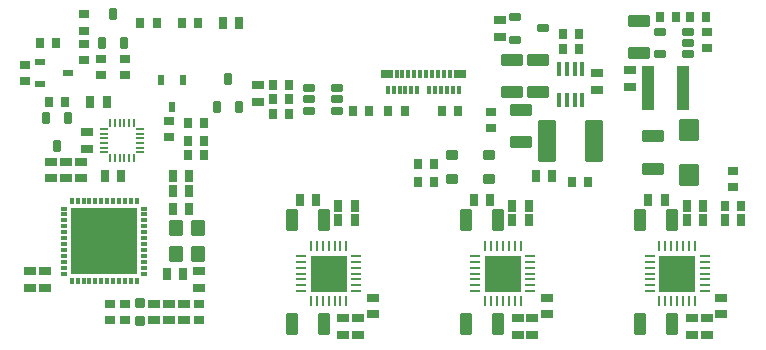
<source format=gtp>
G04*
G04 #@! TF.GenerationSoftware,Altium Limited,Altium Designer,23.3.1 (30)*
G04*
G04 Layer_Color=8421504*
%FSLAX43Y43*%
%MOMM*%
G71*
G04*
G04 #@! TF.SameCoordinates,A4EA7D40-A082-4D09-80F0-C7F5A4317295*
G04*
G04*
G04 #@! TF.FilePolarity,Positive*
G04*
G01*
G75*
G04:AMPARAMS|DCode=13|XSize=0.75mm|YSize=0.96mm|CornerRadius=0.075mm|HoleSize=0mm|Usage=FLASHONLY|Rotation=180.000|XOffset=0mm|YOffset=0mm|HoleType=Round|Shape=RoundedRectangle|*
%AMROUNDEDRECTD13*
21,1,0.750,0.810,0,0,180.0*
21,1,0.600,0.960,0,0,180.0*
1,1,0.150,-0.300,0.405*
1,1,0.150,0.300,0.405*
1,1,0.150,0.300,-0.405*
1,1,0.150,-0.300,-0.405*
%
%ADD13ROUNDEDRECTD13*%
%ADD14O,0.700X0.250*%
%ADD15O,0.250X0.700*%
G04:AMPARAMS|DCode=16|XSize=0.7mm|YSize=0.9mm|CornerRadius=0.07mm|HoleSize=0mm|Usage=FLASHONLY|Rotation=0.000|XOffset=0mm|YOffset=0mm|HoleType=Round|Shape=RoundedRectangle|*
%AMROUNDEDRECTD16*
21,1,0.700,0.760,0,0,0.0*
21,1,0.560,0.900,0,0,0.0*
1,1,0.140,0.280,-0.380*
1,1,0.140,-0.280,-0.380*
1,1,0.140,-0.280,0.380*
1,1,0.140,0.280,0.380*
%
%ADD16ROUNDEDRECTD16*%
%ADD17R,3.100X3.100*%
%ADD18O,1.000X0.250*%
%ADD19O,0.250X1.000*%
G04:AMPARAMS|DCode=20|XSize=0.75mm|YSize=0.96mm|CornerRadius=0.075mm|HoleSize=0mm|Usage=FLASHONLY|Rotation=270.000|XOffset=0mm|YOffset=0mm|HoleType=Round|Shape=RoundedRectangle|*
%AMROUNDEDRECTD20*
21,1,0.750,0.810,0,0,270.0*
21,1,0.600,0.960,0,0,270.0*
1,1,0.150,-0.405,-0.300*
1,1,0.150,-0.405,0.300*
1,1,0.150,0.405,0.300*
1,1,0.150,0.405,-0.300*
%
%ADD20ROUNDEDRECTD20*%
G04:AMPARAMS|DCode=21|XSize=0.9mm|YSize=0.95mm|CornerRadius=0.09mm|HoleSize=0mm|Usage=FLASHONLY|Rotation=270.000|XOffset=0mm|YOffset=0mm|HoleType=Round|Shape=RoundedRectangle|*
%AMROUNDEDRECTD21*
21,1,0.900,0.770,0,0,270.0*
21,1,0.720,0.950,0,0,270.0*
1,1,0.180,-0.385,-0.360*
1,1,0.180,-0.385,0.360*
1,1,0.180,0.385,0.360*
1,1,0.180,0.385,-0.360*
%
%ADD21ROUNDEDRECTD21*%
G04:AMPARAMS|DCode=22|XSize=0.7mm|YSize=0.9mm|CornerRadius=0.07mm|HoleSize=0mm|Usage=FLASHONLY|Rotation=90.000|XOffset=0mm|YOffset=0mm|HoleType=Round|Shape=RoundedRectangle|*
%AMROUNDEDRECTD22*
21,1,0.700,0.760,0,0,90.0*
21,1,0.560,0.900,0,0,90.0*
1,1,0.140,0.380,0.280*
1,1,0.140,0.380,-0.280*
1,1,0.140,-0.380,-0.280*
1,1,0.140,-0.380,0.280*
%
%ADD22ROUNDEDRECTD22*%
G04:AMPARAMS|DCode=23|XSize=0.8mm|YSize=0.8mm|CornerRadius=0.08mm|HoleSize=0mm|Usage=FLASHONLY|Rotation=270.000|XOffset=0mm|YOffset=0mm|HoleType=Round|Shape=RoundedRectangle|*
%AMROUNDEDRECTD23*
21,1,0.800,0.640,0,0,270.0*
21,1,0.640,0.800,0,0,270.0*
1,1,0.160,-0.320,-0.320*
1,1,0.160,-0.320,0.320*
1,1,0.160,0.320,0.320*
1,1,0.160,0.320,-0.320*
%
%ADD23ROUNDEDRECTD23*%
G04:AMPARAMS|DCode=24|XSize=0.4mm|YSize=1.22mm|CornerRadius=0.04mm|HoleSize=0mm|Usage=FLASHONLY|Rotation=180.000|XOffset=0mm|YOffset=0mm|HoleType=Round|Shape=RoundedRectangle|*
%AMROUNDEDRECTD24*
21,1,0.400,1.140,0,0,180.0*
21,1,0.320,1.220,0,0,180.0*
1,1,0.080,-0.160,0.570*
1,1,0.080,0.160,0.570*
1,1,0.080,0.160,-0.570*
1,1,0.080,-0.160,-0.570*
%
%ADD24ROUNDEDRECTD24*%
G04:AMPARAMS|DCode=25|XSize=0.3mm|YSize=0.7mm|CornerRadius=0.03mm|HoleSize=0mm|Usage=FLASHONLY|Rotation=180.000|XOffset=0mm|YOffset=0mm|HoleType=Round|Shape=RoundedRectangle|*
%AMROUNDEDRECTD25*
21,1,0.300,0.640,0,0,180.0*
21,1,0.240,0.700,0,0,180.0*
1,1,0.060,-0.120,0.320*
1,1,0.060,0.120,0.320*
1,1,0.060,0.120,-0.320*
1,1,0.060,-0.120,-0.320*
%
%ADD25ROUNDEDRECTD25*%
G04:AMPARAMS|DCode=26|XSize=1mm|YSize=0.7mm|CornerRadius=0.07mm|HoleSize=0mm|Usage=FLASHONLY|Rotation=180.000|XOffset=0mm|YOffset=0mm|HoleType=Round|Shape=RoundedRectangle|*
%AMROUNDEDRECTD26*
21,1,1.000,0.560,0,0,180.0*
21,1,0.860,0.700,0,0,180.0*
1,1,0.140,-0.430,0.280*
1,1,0.140,0.430,0.280*
1,1,0.140,0.430,-0.280*
1,1,0.140,-0.430,-0.280*
%
%ADD26ROUNDEDRECTD26*%
G04:AMPARAMS|DCode=27|XSize=0.6mm|YSize=0.95mm|CornerRadius=0.06mm|HoleSize=0mm|Usage=FLASHONLY|Rotation=0.000|XOffset=0mm|YOffset=0mm|HoleType=Round|Shape=RoundedRectangle|*
%AMROUNDEDRECTD27*
21,1,0.600,0.830,0,0,0.0*
21,1,0.480,0.950,0,0,0.0*
1,1,0.120,0.240,-0.415*
1,1,0.120,-0.240,-0.415*
1,1,0.120,-0.240,0.415*
1,1,0.120,0.240,0.415*
%
%ADD27ROUNDEDRECTD27*%
%ADD28R,5.600X5.600*%
G04:AMPARAMS|DCode=29|XSize=0.3mm|YSize=0.55mm|CornerRadius=0.03mm|HoleSize=0mm|Usage=FLASHONLY|Rotation=180.000|XOffset=0mm|YOffset=0mm|HoleType=Round|Shape=RoundedRectangle|*
%AMROUNDEDRECTD29*
21,1,0.300,0.490,0,0,180.0*
21,1,0.240,0.550,0,0,180.0*
1,1,0.060,-0.120,0.245*
1,1,0.060,0.120,0.245*
1,1,0.060,0.120,-0.245*
1,1,0.060,-0.120,-0.245*
%
%ADD29ROUNDEDRECTD29*%
G04:AMPARAMS|DCode=30|XSize=0.3mm|YSize=0.55mm|CornerRadius=0.03mm|HoleSize=0mm|Usage=FLASHONLY|Rotation=270.000|XOffset=0mm|YOffset=0mm|HoleType=Round|Shape=RoundedRectangle|*
%AMROUNDEDRECTD30*
21,1,0.300,0.490,0,0,270.0*
21,1,0.240,0.550,0,0,270.0*
1,1,0.060,-0.245,-0.120*
1,1,0.060,-0.245,0.120*
1,1,0.060,0.245,0.120*
1,1,0.060,0.245,-0.120*
%
%ADD30ROUNDEDRECTD30*%
G04:AMPARAMS|DCode=31|XSize=1.4mm|YSize=1.2mm|CornerRadius=0.12mm|HoleSize=0mm|Usage=FLASHONLY|Rotation=270.000|XOffset=0mm|YOffset=0mm|HoleType=Round|Shape=RoundedRectangle|*
%AMROUNDEDRECTD31*
21,1,1.400,0.960,0,0,270.0*
21,1,1.160,1.200,0,0,270.0*
1,1,0.240,-0.480,-0.580*
1,1,0.240,-0.480,0.580*
1,1,0.240,0.480,0.580*
1,1,0.240,0.480,-0.580*
%
%ADD31ROUNDEDRECTD31*%
G04:AMPARAMS|DCode=32|XSize=1mm|YSize=1.8mm|CornerRadius=0.1mm|HoleSize=0mm|Usage=FLASHONLY|Rotation=180.000|XOffset=0mm|YOffset=0mm|HoleType=Round|Shape=RoundedRectangle|*
%AMROUNDEDRECTD32*
21,1,1.000,1.600,0,0,180.0*
21,1,0.800,1.800,0,0,180.0*
1,1,0.200,-0.400,0.800*
1,1,0.200,0.400,0.800*
1,1,0.200,0.400,-0.800*
1,1,0.200,-0.400,-0.800*
%
%ADD32ROUNDEDRECTD32*%
G04:AMPARAMS|DCode=33|XSize=0.6mm|YSize=0.95mm|CornerRadius=0.06mm|HoleSize=0mm|Usage=FLASHONLY|Rotation=90.000|XOffset=0mm|YOffset=0mm|HoleType=Round|Shape=RoundedRectangle|*
%AMROUNDEDRECTD33*
21,1,0.600,0.830,0,0,90.0*
21,1,0.480,0.950,0,0,90.0*
1,1,0.120,0.415,0.240*
1,1,0.120,0.415,-0.240*
1,1,0.120,-0.415,-0.240*
1,1,0.120,-0.415,0.240*
%
%ADD33ROUNDEDRECTD33*%
G04:AMPARAMS|DCode=34|XSize=1mm|YSize=1.8mm|CornerRadius=0.1mm|HoleSize=0mm|Usage=FLASHONLY|Rotation=270.000|XOffset=0mm|YOffset=0mm|HoleType=Round|Shape=RoundedRectangle|*
%AMROUNDEDRECTD34*
21,1,1.000,1.600,0,0,270.0*
21,1,0.800,1.800,0,0,270.0*
1,1,0.200,-0.800,-0.400*
1,1,0.200,-0.800,0.400*
1,1,0.200,0.800,0.400*
1,1,0.200,0.800,-0.400*
%
%ADD34ROUNDEDRECTD34*%
G04:AMPARAMS|DCode=35|XSize=0.55mm|YSize=0.8mm|CornerRadius=0.055mm|HoleSize=0mm|Usage=FLASHONLY|Rotation=0.000|XOffset=0mm|YOffset=0mm|HoleType=Round|Shape=RoundedRectangle|*
%AMROUNDEDRECTD35*
21,1,0.550,0.690,0,0,0.0*
21,1,0.440,0.800,0,0,0.0*
1,1,0.110,0.220,-0.345*
1,1,0.110,-0.220,-0.345*
1,1,0.110,-0.220,0.345*
1,1,0.110,0.220,0.345*
%
%ADD35ROUNDEDRECTD35*%
G04:AMPARAMS|DCode=36|XSize=0.55mm|YSize=0.8mm|CornerRadius=0.055mm|HoleSize=0mm|Usage=FLASHONLY|Rotation=90.000|XOffset=0mm|YOffset=0mm|HoleType=Round|Shape=RoundedRectangle|*
%AMROUNDEDRECTD36*
21,1,0.550,0.690,0,0,90.0*
21,1,0.440,0.800,0,0,90.0*
1,1,0.110,0.345,0.220*
1,1,0.110,0.345,-0.220*
1,1,0.110,-0.345,-0.220*
1,1,0.110,-0.345,0.220*
%
%ADD36ROUNDEDRECTD36*%
G04:AMPARAMS|DCode=37|XSize=1.5mm|YSize=3.6mm|CornerRadius=0.15mm|HoleSize=0mm|Usage=FLASHONLY|Rotation=180.000|XOffset=0mm|YOffset=0mm|HoleType=Round|Shape=RoundedRectangle|*
%AMROUNDEDRECTD37*
21,1,1.500,3.300,0,0,180.0*
21,1,1.200,3.600,0,0,180.0*
1,1,0.300,-0.600,1.650*
1,1,0.300,0.600,1.650*
1,1,0.300,0.600,-1.650*
1,1,0.300,-0.600,-1.650*
%
%ADD37ROUNDEDRECTD37*%
G04:AMPARAMS|DCode=38|XSize=1.1mm|YSize=3.7mm|CornerRadius=0.11mm|HoleSize=0mm|Usage=FLASHONLY|Rotation=0.000|XOffset=0mm|YOffset=0mm|HoleType=Round|Shape=RoundedRectangle|*
%AMROUNDEDRECTD38*
21,1,1.100,3.480,0,0,0.0*
21,1,0.880,3.700,0,0,0.0*
1,1,0.220,0.440,-1.740*
1,1,0.220,-0.440,-1.740*
1,1,0.220,-0.440,1.740*
1,1,0.220,0.440,1.740*
%
%ADD38ROUNDEDRECTD38*%
G04:AMPARAMS|DCode=39|XSize=1.9mm|YSize=1.7mm|CornerRadius=0.17mm|HoleSize=0mm|Usage=FLASHONLY|Rotation=90.000|XOffset=0mm|YOffset=0mm|HoleType=Round|Shape=RoundedRectangle|*
%AMROUNDEDRECTD39*
21,1,1.900,1.360,0,0,90.0*
21,1,1.560,1.700,0,0,90.0*
1,1,0.340,0.680,0.780*
1,1,0.340,0.680,-0.780*
1,1,0.340,-0.680,-0.780*
1,1,0.340,-0.680,0.780*
%
%ADD39ROUNDEDRECTD39*%
D13*
X47200Y15000D02*
D03*
X45800D02*
D03*
X19300Y28000D02*
D03*
X20700D02*
D03*
X9450Y21250D02*
D03*
X8050D02*
D03*
X10700Y15000D02*
D03*
X9300D02*
D03*
X63200Y11250D02*
D03*
X61800D02*
D03*
X59950Y11250D02*
D03*
X58550D02*
D03*
Y12500D02*
D03*
X59950D02*
D03*
X45200Y11250D02*
D03*
X43800D02*
D03*
Y12500D02*
D03*
X45200D02*
D03*
X30450Y11250D02*
D03*
X29050D02*
D03*
Y12500D02*
D03*
X30450D02*
D03*
X15050Y12250D02*
D03*
X16450Y12250D02*
D03*
X14550Y6750D02*
D03*
X15950D02*
D03*
X15050Y15000D02*
D03*
X16450D02*
D03*
Y13750D02*
D03*
X15050D02*
D03*
X56700Y13000D02*
D03*
X55300D02*
D03*
X41950D02*
D03*
X40550D02*
D03*
X27200D02*
D03*
X25800D02*
D03*
D14*
X9250Y19000D02*
D03*
Y18600D02*
D03*
Y18200D02*
D03*
Y17800D02*
D03*
Y17400D02*
D03*
Y17000D02*
D03*
X12250D02*
D03*
Y17400D02*
D03*
Y17800D02*
D03*
Y18200D02*
D03*
Y18600D02*
D03*
Y19000D02*
D03*
D15*
X11750Y19500D02*
D03*
X11350D02*
D03*
X10950D02*
D03*
X10550D02*
D03*
X10150D02*
D03*
X9750D02*
D03*
X11750Y16500D02*
D03*
X11350D02*
D03*
X10950D02*
D03*
X10550D02*
D03*
X10150D02*
D03*
X9750D02*
D03*
D16*
X15815Y28000D02*
D03*
X17185D02*
D03*
X13685D02*
D03*
X12315D02*
D03*
X37185Y16000D02*
D03*
X35815D02*
D03*
X24935Y21500D02*
D03*
X23565D02*
D03*
X48815Y14500D02*
D03*
X50185D02*
D03*
X37185D02*
D03*
X35815D02*
D03*
X3815Y26250D02*
D03*
X5185D02*
D03*
X16315Y18000D02*
D03*
X17685D02*
D03*
X63185Y12500D02*
D03*
X61815D02*
D03*
X16315Y16750D02*
D03*
X17685D02*
D03*
X49435Y25750D02*
D03*
X48065Y25750D02*
D03*
X17685Y19500D02*
D03*
X16315D02*
D03*
X48065Y27000D02*
D03*
X49435D02*
D03*
X58815Y28500D02*
D03*
X60185Y28500D02*
D03*
X56315Y28500D02*
D03*
X57685Y28500D02*
D03*
X5935Y21250D02*
D03*
X4565Y21250D02*
D03*
X24935Y22750D02*
D03*
X23565D02*
D03*
X30315Y20500D02*
D03*
X31685Y20500D02*
D03*
X23565Y20250D02*
D03*
X24935D02*
D03*
X39185Y20500D02*
D03*
X37815D02*
D03*
X33315D02*
D03*
X34685D02*
D03*
D17*
X43000Y6750D02*
D03*
X57750D02*
D03*
X28250D02*
D03*
D18*
X40675Y5250D02*
D03*
Y5750D02*
D03*
Y6250D02*
D03*
Y6750D02*
D03*
Y7250D02*
D03*
Y7750D02*
D03*
Y8250D02*
D03*
X45325D02*
D03*
Y7750D02*
D03*
Y7250D02*
D03*
Y6750D02*
D03*
Y6250D02*
D03*
Y5750D02*
D03*
Y5250D02*
D03*
X55425D02*
D03*
Y5750D02*
D03*
Y6250D02*
D03*
Y6750D02*
D03*
Y7250D02*
D03*
Y7750D02*
D03*
Y8250D02*
D03*
X60075D02*
D03*
Y7750D02*
D03*
Y7250D02*
D03*
Y6750D02*
D03*
Y6250D02*
D03*
Y5750D02*
D03*
Y5250D02*
D03*
X25925D02*
D03*
Y5750D02*
D03*
Y6250D02*
D03*
Y6750D02*
D03*
Y7250D02*
D03*
Y7750D02*
D03*
Y8250D02*
D03*
X30575D02*
D03*
Y7750D02*
D03*
Y7250D02*
D03*
Y6750D02*
D03*
Y6250D02*
D03*
Y5750D02*
D03*
Y5250D02*
D03*
D19*
X41500Y9075D02*
D03*
X42000D02*
D03*
X42500D02*
D03*
X43000D02*
D03*
X43500D02*
D03*
X44000D02*
D03*
X44500D02*
D03*
Y4425D02*
D03*
X44000D02*
D03*
X43500D02*
D03*
X43000D02*
D03*
X42500D02*
D03*
X42000D02*
D03*
X41500D02*
D03*
X56250Y9075D02*
D03*
X56750D02*
D03*
X57250D02*
D03*
X57750D02*
D03*
X58250D02*
D03*
X58750D02*
D03*
X59250D02*
D03*
Y4425D02*
D03*
X58750D02*
D03*
X58250D02*
D03*
X57750D02*
D03*
X57250D02*
D03*
X56750D02*
D03*
X56250D02*
D03*
X26750Y9075D02*
D03*
X27250D02*
D03*
X27750D02*
D03*
X28250D02*
D03*
X28750D02*
D03*
X29250D02*
D03*
X29750D02*
D03*
Y4425D02*
D03*
X29250D02*
D03*
X28750D02*
D03*
X28250D02*
D03*
X27750D02*
D03*
X27250D02*
D03*
X26750D02*
D03*
D20*
X4750Y14800D02*
D03*
Y16200D02*
D03*
X7250Y14800D02*
D03*
Y16200D02*
D03*
X7750Y18700D02*
D03*
Y17300D02*
D03*
X17250Y6950D02*
D03*
X17250Y5550D02*
D03*
X16000Y4200D02*
D03*
Y2800D02*
D03*
X4250Y5550D02*
D03*
X4250Y6950D02*
D03*
X6000Y14800D02*
D03*
Y16200D02*
D03*
X3000Y6950D02*
D03*
X3000Y5550D02*
D03*
X14750Y2800D02*
D03*
X14750Y4200D02*
D03*
X13500Y2800D02*
D03*
Y4200D02*
D03*
X60250Y2950D02*
D03*
Y1550D02*
D03*
X59000Y2950D02*
D03*
Y1550D02*
D03*
X61500Y3300D02*
D03*
Y4700D02*
D03*
X45500Y2950D02*
D03*
Y1550D02*
D03*
X44250Y2950D02*
D03*
Y1550D02*
D03*
X46750Y3300D02*
D03*
Y4700D02*
D03*
X30750Y2950D02*
D03*
Y1550D02*
D03*
X29500Y2950D02*
D03*
Y1550D02*
D03*
X32000Y3300D02*
D03*
Y4700D02*
D03*
X42750Y28200D02*
D03*
X42750Y26800D02*
D03*
X53750Y22550D02*
D03*
X53750Y23950D02*
D03*
X22250Y22700D02*
D03*
Y21300D02*
D03*
X51000Y22300D02*
D03*
Y23700D02*
D03*
D21*
X38675Y16750D02*
D03*
X41825D02*
D03*
X38675Y14750D02*
D03*
X41825D02*
D03*
D22*
X7500Y27315D02*
D03*
Y28685D02*
D03*
Y24815D02*
D03*
Y26185D02*
D03*
X11000Y2815D02*
D03*
Y4185D02*
D03*
X42000Y20435D02*
D03*
Y19065D02*
D03*
X62500Y15435D02*
D03*
Y14065D02*
D03*
X9000Y24935D02*
D03*
X9000Y23565D02*
D03*
X17250Y4185D02*
D03*
Y2815D02*
D03*
X9750D02*
D03*
X9750Y4185D02*
D03*
X2500Y23065D02*
D03*
Y24435D02*
D03*
X60250Y27185D02*
D03*
X60250Y25815D02*
D03*
X14750Y19685D02*
D03*
Y18315D02*
D03*
X11000Y23565D02*
D03*
Y24935D02*
D03*
D23*
X12250Y4250D02*
D03*
Y2750D02*
D03*
D24*
X49725Y24060D02*
D03*
X49075Y24060D02*
D03*
X48425Y24060D02*
D03*
X47775Y24060D02*
D03*
Y21440D02*
D03*
X48425Y21440D02*
D03*
X49075Y21440D02*
D03*
X49725Y21440D02*
D03*
D25*
X39250Y22290D02*
D03*
X38750D02*
D03*
X38250D02*
D03*
X37750D02*
D03*
X37250D02*
D03*
X36750Y22290D02*
D03*
X35750D02*
D03*
X35250Y22290D02*
D03*
X34750D02*
D03*
X34250D02*
D03*
X33750D02*
D03*
X33250D02*
D03*
X34000Y23640D02*
D03*
X34500D02*
D03*
X35000D02*
D03*
X35500D02*
D03*
X36000D02*
D03*
X36500D02*
D03*
X37000D02*
D03*
X37500D02*
D03*
X38000D02*
D03*
X38500D02*
D03*
D26*
X33150D02*
D03*
X39350D02*
D03*
D27*
X6200Y19940D02*
D03*
X4300D02*
D03*
X5250Y17560D02*
D03*
X9050Y26310D02*
D03*
X10950D02*
D03*
X10000Y28690D02*
D03*
X19750Y23190D02*
D03*
X20700Y20810D02*
D03*
X18800D02*
D03*
D28*
X9250Y9500D02*
D03*
D29*
X12000Y6125D02*
D03*
X11500Y6125D02*
D03*
X11000D02*
D03*
X10500D02*
D03*
X10000Y6125D02*
D03*
X9500Y6125D02*
D03*
X9000D02*
D03*
X8500Y6125D02*
D03*
X8000D02*
D03*
X7500D02*
D03*
X7000D02*
D03*
X6500Y6125D02*
D03*
Y12875D02*
D03*
X7000D02*
D03*
X7500D02*
D03*
X8000D02*
D03*
X8500D02*
D03*
X9000D02*
D03*
X9500D02*
D03*
X10000D02*
D03*
X10500D02*
D03*
X11000D02*
D03*
X11500D02*
D03*
X12000D02*
D03*
D30*
X5875Y6750D02*
D03*
Y7250D02*
D03*
X5875Y7750D02*
D03*
Y8250D02*
D03*
Y8750D02*
D03*
Y9250D02*
D03*
Y9750D02*
D03*
Y10250D02*
D03*
Y10750D02*
D03*
Y11250D02*
D03*
Y11750D02*
D03*
Y12250D02*
D03*
X12625D02*
D03*
Y11750D02*
D03*
Y11250D02*
D03*
Y10750D02*
D03*
Y10250D02*
D03*
Y9750D02*
D03*
Y9250D02*
D03*
Y8750D02*
D03*
Y8250D02*
D03*
Y7750D02*
D03*
Y7250D02*
D03*
Y6750D02*
D03*
D31*
X17200Y10600D02*
D03*
Y8400D02*
D03*
X15300Y8400D02*
D03*
X15300Y10600D02*
D03*
D32*
X57360Y2500D02*
D03*
X54640D02*
D03*
X57360Y11250D02*
D03*
X54640D02*
D03*
X42610Y2500D02*
D03*
X39890D02*
D03*
X42610Y11250D02*
D03*
X39890D02*
D03*
X27860Y2500D02*
D03*
X25140D02*
D03*
X27860Y11250D02*
D03*
X25140D02*
D03*
D33*
X44060Y28450D02*
D03*
Y26550D02*
D03*
X46440Y27500D02*
D03*
X58690Y25300D02*
D03*
X58690Y26250D02*
D03*
X58690Y27200D02*
D03*
X56310D02*
D03*
Y25300D02*
D03*
X28940Y20550D02*
D03*
X28940Y21500D02*
D03*
X28940Y22450D02*
D03*
X26560D02*
D03*
X26560Y21500D02*
D03*
X26560Y20550D02*
D03*
D34*
X55750Y18360D02*
D03*
Y15640D02*
D03*
X54500Y28110D02*
D03*
Y25390D02*
D03*
X44500Y20610D02*
D03*
Y17890D02*
D03*
X43750Y24860D02*
D03*
Y22140D02*
D03*
X46000Y24860D02*
D03*
Y22140D02*
D03*
D35*
X15000Y20850D02*
D03*
X14050Y23150D02*
D03*
X15950D02*
D03*
D36*
X6150Y23750D02*
D03*
X3850Y22800D02*
D03*
X3850Y24700D02*
D03*
D37*
X50750Y18000D02*
D03*
X46750Y18000D02*
D03*
D38*
X58250Y22500D02*
D03*
X55250D02*
D03*
D39*
X58750Y15100D02*
D03*
X58750Y18900D02*
D03*
M02*

</source>
